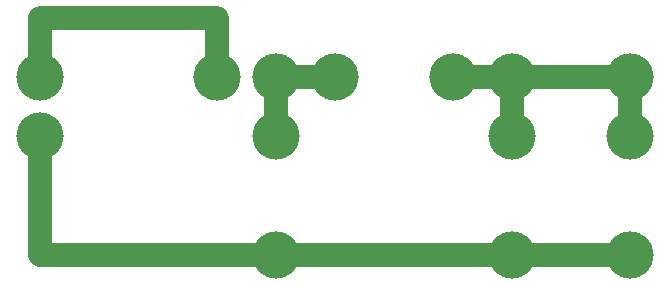
<source format=gbr>
G04 Top layer of converter PCB*
%FSLAX32Y32*%
%MOMM*%
%ADD10C,4.00*%
%ADD11C,2.00*%
D10*
G01*
G04 Flash component connection pads*
X00500Y01500D03*
X00500Y02000D03*
X02000Y02000D03*
X02500Y00500D03*
X02500Y01500D03*
X02500Y02000D03*
X03000Y02000D03*
X04000Y02000D03*
X04500Y00500D03*
X04500Y01500D03*
X04500Y02000D03*
X05500Y00500D03*
X05500Y01500D03*
X05500Y02000D03*
G04 Create PCB tracks*
D11*
X00500Y02000D02*
X00500Y02500D01*
X02000Y02500D01*
X02000Y02000D01*
X02500Y01500D02*
X02500Y02000D01*
X03000Y02000D01*
X04000Y02000D02*
X05500Y02000D01*
X05500Y01500D01*
X04500Y02000D02*
X04500Y01500D01*
X00500Y01500D02*
X00500Y00500D01*
X05500Y00500D01*
M02*

</source>
